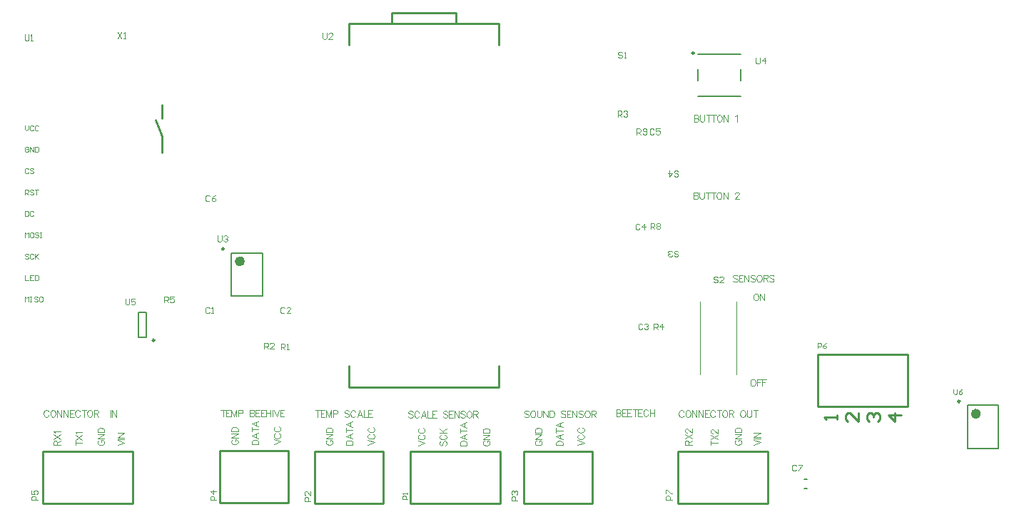
<source format=gto>
G04*
G04 #@! TF.GenerationSoftware,Altium Limited,Altium Designer,21.0.9 (235)*
G04*
G04 Layer_Color=65535*
%FSLAX44Y44*%
%MOMM*%
G71*
G04*
G04 #@! TF.SameCoordinates,A596C356-34D0-456B-85E7-90C285C8AFC8*
G04*
G04*
G04 #@! TF.FilePolarity,Positive*
G04*
G01*
G75*
%ADD10C,0.2500*%
%ADD11C,0.6000*%
%ADD12C,0.2000*%
%ADD13C,0.2540*%
%ADD14C,0.1000*%
%ADD15C,0.1270*%
D10*
X1112888Y122201D02*
G03*
X1112888Y122201I-1250J0D01*
G01*
X157296Y194750D02*
G03*
X157296Y194750I-1250J0D01*
G01*
X797500Y535750D02*
G03*
X797500Y535750I-1250J0D01*
G01*
X239599Y303216D02*
G03*
X239599Y303216I-1250J0D01*
G01*
D11*
X1134638Y107451D02*
G03*
X1134638Y107451I-3000J0D01*
G01*
X261349Y288466D02*
G03*
X261349Y288466I-3000J0D01*
G01*
D12*
X928072Y19141D02*
X931072D01*
X928072Y30141D02*
X931072D01*
X1121638Y66451D02*
Y117451D01*
X1158638Y66451D02*
Y117451D01*
X1121638D02*
X1158638D01*
X1121638Y66451D02*
X1158638D01*
X138046Y198000D02*
Y228000D01*
X147046Y198000D02*
Y228000D01*
X138046D02*
X147046D01*
X138046Y198000D02*
X147046D01*
X248349Y247466D02*
Y298466D01*
X285349Y247466D02*
Y298466D01*
X248349D02*
X285349D01*
X248349Y247466D02*
X285349D01*
D13*
X461060Y762D02*
Y62484D01*
X567740Y762D02*
Y62484D01*
X461060Y762D02*
X567740D01*
X461060Y62484D02*
X567740D01*
X1050944Y116078D02*
Y177800D01*
X944264Y116078D02*
Y177800D01*
X1050944D01*
X944264Y116078D02*
X1050944D01*
X165796Y458052D02*
Y474552D01*
X158296Y456052D02*
X165796Y437302D01*
Y417552D02*
Y437302D01*
X387800Y545000D02*
Y570400D01*
X565600D01*
Y545000D02*
Y570400D01*
X387800Y138600D02*
Y164000D01*
Y138600D02*
X565600D01*
Y164000D01*
X514800Y570400D02*
Y583100D01*
X438600D02*
X514800D01*
X438600Y570400D02*
Y583100D01*
X778210Y62984D02*
X884890D01*
X778210Y1262D02*
X884890D01*
Y62984D01*
X778210Y1262D02*
Y62984D01*
X24712Y1012D02*
Y62734D01*
X131392Y1012D02*
Y62734D01*
X24712Y1012D02*
X131392D01*
X24712Y62734D02*
X131392D01*
X234737Y1512D02*
Y63234D01*
X316017Y1512D02*
Y63234D01*
X234737Y1512D02*
X316017D01*
X234737Y63234D02*
X316017D01*
X347210Y1262D02*
Y62984D01*
X428490Y1262D02*
Y62984D01*
X347210Y1262D02*
X428490D01*
X347210Y62984D02*
X428490D01*
X594860Y62484D02*
X676140D01*
X594860Y762D02*
X676140D01*
Y62484D01*
X594860Y762D02*
Y62484D01*
X1043324Y106170D02*
X1028089D01*
X1035706Y98552D01*
Y108709D01*
X1005228Y98552D02*
X1002689Y101091D01*
Y106170D01*
X1005228Y108709D01*
X1007767D01*
X1010306Y106170D01*
Y103630D01*
Y106170D01*
X1012846Y108709D01*
X1015385D01*
X1017924Y106170D01*
Y101091D01*
X1015385Y98552D01*
X992524Y108709D02*
Y98552D01*
X982367Y108709D01*
X979828D01*
X977289Y106170D01*
Y101091D01*
X979828Y98552D01*
X967124Y101092D02*
Y106170D01*
Y103631D01*
X951889D01*
X954428Y101092D01*
D14*
X804500Y153930D02*
Y240930D01*
X847500Y153930D02*
Y240930D01*
X704969Y112498D02*
Y104500D01*
Y112498D02*
X708397D01*
X709540Y112117D01*
X709921Y111737D01*
X710301Y110975D01*
Y110213D01*
X709921Y109451D01*
X709540Y109070D01*
X708397Y108690D01*
X704969D02*
X708397D01*
X709540Y108309D01*
X709921Y107928D01*
X710301Y107166D01*
Y106024D01*
X709921Y105262D01*
X709540Y104881D01*
X708397Y104500D01*
X704969D01*
X717043Y112498D02*
X712092D01*
Y104500D01*
X717043D01*
X712092Y108690D02*
X715138D01*
X723327Y112498D02*
X718376D01*
Y104500D01*
X723327D01*
X718376Y108690D02*
X721423D01*
X727326Y112498D02*
Y104500D01*
X724660Y112498D02*
X729992D01*
X735896D02*
X730945D01*
Y104500D01*
X735896D01*
X730945Y108690D02*
X733992D01*
X742942Y110594D02*
X742561Y111356D01*
X741799Y112117D01*
X741038Y112498D01*
X739514D01*
X738753Y112117D01*
X737991Y111356D01*
X737610Y110594D01*
X737229Y109451D01*
Y107547D01*
X737610Y106404D01*
X737991Y105643D01*
X738753Y104881D01*
X739514Y104500D01*
X741038D01*
X741799Y104881D01*
X742561Y105643D01*
X742942Y106404D01*
X745189Y112498D02*
Y104500D01*
X750521Y112498D02*
Y104500D01*
X745189Y108690D02*
X750521D01*
X866443Y148444D02*
X865682Y148063D01*
X864920Y147302D01*
X864539Y146540D01*
X864158Y145397D01*
Y143493D01*
X864539Y142350D01*
X864920Y141589D01*
X865682Y140827D01*
X866443Y140446D01*
X867967D01*
X868728Y140827D01*
X869490Y141589D01*
X869871Y142350D01*
X870252Y143493D01*
Y145397D01*
X869871Y146540D01*
X869490Y147302D01*
X868728Y148063D01*
X867967Y148444D01*
X866443D01*
X872118D02*
Y140446D01*
Y148444D02*
X877069D01*
X872118Y144636D02*
X875165D01*
X877984Y148444D02*
Y140446D01*
Y148444D02*
X882935D01*
X877984Y144636D02*
X881031D01*
X869943Y249928D02*
X869182Y249547D01*
X868420Y248786D01*
X868039Y248024D01*
X867658Y246881D01*
Y244977D01*
X868039Y243834D01*
X868420Y243073D01*
X869182Y242311D01*
X869943Y241930D01*
X871467D01*
X872228Y242311D01*
X872990Y243073D01*
X873371Y243834D01*
X873752Y244977D01*
Y246881D01*
X873371Y248024D01*
X872990Y248786D01*
X872228Y249547D01*
X871467Y249928D01*
X869943D01*
X875618D02*
Y241930D01*
Y249928D02*
X880950Y241930D01*
Y249928D02*
Y241930D01*
X848850Y271107D02*
X848088Y271869D01*
X846946Y272249D01*
X845422D01*
X844280Y271869D01*
X843518Y271107D01*
Y270345D01*
X843899Y269583D01*
X844280Y269202D01*
X845042Y268822D01*
X847327Y268060D01*
X848088Y267679D01*
X848469Y267298D01*
X848850Y266536D01*
Y265394D01*
X848088Y264632D01*
X846946Y264251D01*
X845422D01*
X844280Y264632D01*
X843518Y265394D01*
X855592Y272249D02*
X850640D01*
Y264251D01*
X855592D01*
X850640Y268441D02*
X853687D01*
X856925Y272249D02*
Y264251D01*
Y272249D02*
X862257Y264251D01*
Y272249D02*
Y264251D01*
X869798Y271107D02*
X869036Y271869D01*
X867894Y272249D01*
X866370D01*
X865228Y271869D01*
X864466Y271107D01*
Y270345D01*
X864847Y269583D01*
X865228Y269202D01*
X865989Y268822D01*
X868275Y268060D01*
X869036Y267679D01*
X869417Y267298D01*
X869798Y266536D01*
Y265394D01*
X869036Y264632D01*
X867894Y264251D01*
X866370D01*
X865228Y264632D01*
X864466Y265394D01*
X873873Y272249D02*
X873112Y271869D01*
X872350Y271107D01*
X871969Y270345D01*
X871588Y269202D01*
Y267298D01*
X871969Y266155D01*
X872350Y265394D01*
X873112Y264632D01*
X873873Y264251D01*
X875397D01*
X876159Y264632D01*
X876920Y265394D01*
X877301Y266155D01*
X877682Y267298D01*
Y269202D01*
X877301Y270345D01*
X876920Y271107D01*
X876159Y271869D01*
X875397Y272249D01*
X873873D01*
X879548D02*
Y264251D01*
Y272249D02*
X882976D01*
X884119Y271869D01*
X884500Y271488D01*
X884881Y270726D01*
Y269964D01*
X884500Y269202D01*
X884119Y268822D01*
X882976Y268441D01*
X879548D01*
X882215D02*
X884881Y264251D01*
X892003Y271107D02*
X891241Y271869D01*
X890098Y272249D01*
X888575D01*
X887432Y271869D01*
X886671Y271107D01*
Y270345D01*
X887052Y269583D01*
X887432Y269202D01*
X888194Y268822D01*
X890479Y268060D01*
X891241Y267679D01*
X891622Y267298D01*
X892003Y266536D01*
Y265394D01*
X891241Y264632D01*
X890098Y264251D01*
X888575D01*
X887432Y264632D01*
X886671Y265394D01*
X3302Y348136D02*
Y342138D01*
X6301D01*
X7301Y343138D01*
Y347136D01*
X6301Y348136D01*
X3302D01*
X13299Y347136D02*
X12299Y348136D01*
X10300D01*
X9300Y347136D01*
Y343138D01*
X10300Y342138D01*
X12299D01*
X13299Y343138D01*
X3302Y367538D02*
Y373536D01*
X6301D01*
X7301Y372536D01*
Y370537D01*
X6301Y369537D01*
X3302D01*
X5301D02*
X7301Y367538D01*
X13299Y372536D02*
X12299Y373536D01*
X10300D01*
X9300Y372536D01*
Y371537D01*
X10300Y370537D01*
X12299D01*
X13299Y369537D01*
Y368538D01*
X12299Y367538D01*
X10300D01*
X9300Y368538D01*
X15298Y373536D02*
X19297D01*
X17298D01*
Y367538D01*
X3302Y449736D02*
Y445737D01*
X5301Y443738D01*
X7301Y445737D01*
Y449736D01*
X13299Y448736D02*
X12299Y449736D01*
X10300D01*
X9300Y448736D01*
Y444738D01*
X10300Y443738D01*
X12299D01*
X13299Y444738D01*
X19297Y448736D02*
X18297Y449736D01*
X16298D01*
X15298Y448736D01*
Y444738D01*
X16298Y443738D01*
X18297D01*
X19297Y444738D01*
X7301Y423336D02*
X6301Y424336D01*
X4302D01*
X3302Y423336D01*
Y419338D01*
X4302Y418338D01*
X6301D01*
X7301Y419338D01*
Y421337D01*
X5301D01*
X9300Y418338D02*
Y424336D01*
X13299Y418338D01*
Y424336D01*
X15298D02*
Y418338D01*
X18297D01*
X19297Y419338D01*
Y423336D01*
X18297Y424336D01*
X15298D01*
X7301Y397936D02*
X6301Y398936D01*
X4302D01*
X3302Y397936D01*
Y393938D01*
X4302Y392938D01*
X6301D01*
X7301Y393938D01*
X13299Y397936D02*
X12299Y398936D01*
X10300D01*
X9300Y397936D01*
Y396937D01*
X10300Y395937D01*
X12299D01*
X13299Y394937D01*
Y393938D01*
X12299Y392938D01*
X10300D01*
X9300Y393938D01*
X3302Y271936D02*
Y265938D01*
X7301D01*
X13299Y271936D02*
X9300D01*
Y265938D01*
X13299D01*
X9300Y268937D02*
X11299D01*
X15298Y271936D02*
Y265938D01*
X18297D01*
X19297Y266938D01*
Y270936D01*
X18297Y271936D01*
X15298D01*
X7301Y296336D02*
X6301Y297336D01*
X4302D01*
X3302Y296336D01*
Y295337D01*
X4302Y294337D01*
X6301D01*
X7301Y293337D01*
Y292338D01*
X6301Y291338D01*
X4302D01*
X3302Y292338D01*
X13299Y296336D02*
X12299Y297336D01*
X10300D01*
X9300Y296336D01*
Y292338D01*
X10300Y291338D01*
X12299D01*
X13299Y292338D01*
X15298Y297336D02*
Y291338D01*
Y293337D01*
X19297Y297336D01*
X16298Y294337D01*
X19297Y291338D01*
X3302Y316738D02*
Y322736D01*
X5301Y320737D01*
X7301Y322736D01*
Y316738D01*
X12299Y322736D02*
X10300D01*
X9300Y321736D01*
Y317738D01*
X10300Y316738D01*
X12299D01*
X13299Y317738D01*
Y321736D01*
X12299Y322736D01*
X19297Y321736D02*
X18297Y322736D01*
X16298D01*
X15298Y321736D01*
Y320737D01*
X16298Y319737D01*
X18297D01*
X19297Y318737D01*
Y317738D01*
X18297Y316738D01*
X16298D01*
X15298Y317738D01*
X21296Y322736D02*
X23296D01*
X22296D01*
Y316738D01*
X21296D01*
X23296D01*
X3302Y240538D02*
Y246536D01*
X5301Y244537D01*
X7301Y246536D01*
Y240538D01*
X9300Y246536D02*
X11299D01*
X10300D01*
Y240538D01*
X9300D01*
X11299D01*
X18297Y245536D02*
X17298Y246536D01*
X15298D01*
X14298Y245536D01*
Y244537D01*
X15298Y243537D01*
X17298D01*
X18297Y242537D01*
Y241538D01*
X17298Y240538D01*
X15298D01*
X14298Y241538D01*
X23296Y246536D02*
X21296D01*
X20296Y245536D01*
Y241538D01*
X21296Y240538D01*
X23296D01*
X24295Y241538D01*
Y245536D01*
X23296Y246536D01*
X796750Y370498D02*
Y362500D01*
Y370498D02*
X800178D01*
X801320Y370117D01*
X801701Y369737D01*
X802082Y368975D01*
Y368213D01*
X801701Y367451D01*
X801320Y367070D01*
X800178Y366690D01*
X796750D02*
X800178D01*
X801320Y366309D01*
X801701Y365928D01*
X802082Y365166D01*
Y364024D01*
X801701Y363262D01*
X801320Y362881D01*
X800178Y362500D01*
X796750D01*
X803872Y370498D02*
Y364785D01*
X804253Y363643D01*
X805015Y362881D01*
X806158Y362500D01*
X806919D01*
X808062Y362881D01*
X808824Y363643D01*
X809204Y364785D01*
Y370498D01*
X814080D02*
Y362500D01*
X811413Y370498D02*
X816746D01*
X820364D02*
Y362500D01*
X817698Y370498D02*
X823030D01*
X826267D02*
X825506Y370117D01*
X824744Y369356D01*
X824363Y368594D01*
X823982Y367451D01*
Y365547D01*
X824363Y364404D01*
X824744Y363643D01*
X825506Y362881D01*
X826267Y362500D01*
X827791D01*
X828553Y362881D01*
X829314Y363643D01*
X829695Y364404D01*
X830076Y365547D01*
Y367451D01*
X829695Y368594D01*
X829314Y369356D01*
X828553Y370117D01*
X827791Y370498D01*
X826267D01*
X831943D02*
Y362500D01*
Y370498D02*
X837275Y362500D01*
Y370498D02*
Y362500D01*
X846149Y368594D02*
Y368975D01*
X846530Y369737D01*
X846911Y370117D01*
X847673Y370498D01*
X849196D01*
X849958Y370117D01*
X850339Y369737D01*
X850719Y368975D01*
Y368213D01*
X850339Y367451D01*
X849577Y366309D01*
X845768Y362500D01*
X851100D01*
X797250Y462248D02*
Y454250D01*
Y462248D02*
X800678D01*
X801820Y461867D01*
X802201Y461487D01*
X802582Y460725D01*
Y459963D01*
X802201Y459201D01*
X801820Y458820D01*
X800678Y458440D01*
X797250D02*
X800678D01*
X801820Y458059D01*
X802201Y457678D01*
X802582Y456916D01*
Y455774D01*
X802201Y455012D01*
X801820Y454631D01*
X800678Y454250D01*
X797250D01*
X804372Y462248D02*
Y456535D01*
X804753Y455393D01*
X805515Y454631D01*
X806657Y454250D01*
X807419D01*
X808562Y454631D01*
X809324Y455393D01*
X809705Y456535D01*
Y462248D01*
X814580D02*
Y454250D01*
X811914Y462248D02*
X817246D01*
X820864D02*
Y454250D01*
X818198Y462248D02*
X823530D01*
X826768D02*
X826006Y461867D01*
X825244Y461106D01*
X824863Y460344D01*
X824482Y459201D01*
Y457297D01*
X824863Y456154D01*
X825244Y455393D01*
X826006Y454631D01*
X826768Y454250D01*
X828291D01*
X829053Y454631D01*
X829815Y455393D01*
X830195Y456154D01*
X830576Y457297D01*
Y459201D01*
X830195Y460344D01*
X829815Y461106D01*
X829053Y461867D01*
X828291Y462248D01*
X826768D01*
X832442D02*
Y454250D01*
Y462248D02*
X837775Y454250D01*
Y462248D02*
Y454250D01*
X846268Y460725D02*
X847030Y461106D01*
X848173Y462248D01*
Y454250D01*
X786852Y70470D02*
X794850D01*
X786852D02*
Y73898D01*
X787233Y75040D01*
X787613Y75421D01*
X788375Y75802D01*
X789137D01*
X789899Y75421D01*
X790279Y75040D01*
X790660Y73898D01*
Y70470D01*
Y73136D02*
X794850Y75802D01*
X786852Y77592D02*
X794850Y82924D01*
X786852D02*
X794850Y77592D01*
X788756Y85096D02*
X788375D01*
X787613Y85476D01*
X787233Y85857D01*
X786852Y86619D01*
Y88142D01*
X787233Y88904D01*
X787613Y89285D01*
X788375Y89666D01*
X789137D01*
X789899Y89285D01*
X791041Y88523D01*
X794850Y84715D01*
Y90047D01*
X817502Y73136D02*
X825500D01*
X817502Y70470D02*
Y75802D01*
Y76754D02*
X825500Y82087D01*
X817502D02*
X825500Y76754D01*
X819406Y84257D02*
X819025D01*
X818263Y84638D01*
X817883Y85019D01*
X817502Y85781D01*
Y87304D01*
X817883Y88066D01*
X818263Y88447D01*
X819025Y88828D01*
X819787D01*
X820549Y88447D01*
X821691Y87685D01*
X825500Y83877D01*
Y89209D01*
X868252Y70470D02*
X876250Y73517D01*
X868252Y76564D02*
X876250Y73517D01*
X868252Y77592D02*
X876250D01*
X868252Y79268D02*
X876250D01*
X868252D02*
X876250Y84600D01*
X868252D02*
X876250D01*
X847406Y76183D02*
X846644Y75802D01*
X845882Y75040D01*
X845502Y74279D01*
Y72755D01*
X845882Y71993D01*
X846644Y71232D01*
X847406Y70851D01*
X848549Y70470D01*
X850453D01*
X851596Y70851D01*
X852357Y71232D01*
X853119Y71993D01*
X853500Y72755D01*
Y74279D01*
X853119Y75040D01*
X852357Y75802D01*
X851596Y76183D01*
X850453D01*
Y74279D02*
Y76183D01*
X845502Y78011D02*
X853500D01*
X845502D02*
X853500Y83343D01*
X845502D02*
X853500D01*
X845502Y85553D02*
X853500D01*
X845502D02*
Y88219D01*
X845882Y89361D01*
X846644Y90123D01*
X847406Y90504D01*
X848549Y90885D01*
X850453D01*
X851596Y90504D01*
X852357Y90123D01*
X853119Y89361D01*
X853500Y88219D01*
Y85553D01*
X519752Y69720D02*
X527750D01*
X519752D02*
Y72386D01*
X520132Y73529D01*
X520894Y74290D01*
X521656Y74671D01*
X522799Y75052D01*
X524703D01*
X525846Y74671D01*
X526607Y74290D01*
X527369Y73529D01*
X527750Y72386D01*
Y69720D01*
Y82936D02*
X519752Y79889D01*
X527750Y76842D01*
X525084Y77985D02*
Y81794D01*
X519752Y87469D02*
X527750D01*
X519752Y84803D02*
Y90135D01*
X527750Y97181D02*
X519752Y94134D01*
X527750Y91087D01*
X525084Y92229D02*
Y96038D01*
X496644Y75052D02*
X495882Y74290D01*
X495502Y73148D01*
Y71624D01*
X495882Y70482D01*
X496644Y69720D01*
X497406D01*
X498168Y70101D01*
X498549Y70482D01*
X498929Y71244D01*
X499691Y73529D01*
X500072Y74290D01*
X500453Y74671D01*
X501215Y75052D01*
X502357D01*
X503119Y74290D01*
X503500Y73148D01*
Y71624D01*
X503119Y70482D01*
X502357Y69720D01*
X497406Y82555D02*
X496644Y82175D01*
X495882Y81413D01*
X495502Y80651D01*
Y79128D01*
X495882Y78366D01*
X496644Y77604D01*
X497406Y77223D01*
X498549Y76842D01*
X500453D01*
X501596Y77223D01*
X502357Y77604D01*
X503119Y78366D01*
X503500Y79128D01*
Y80651D01*
X503119Y81413D01*
X502357Y82175D01*
X501596Y82555D01*
X495502Y84803D02*
X503500D01*
X495502Y90135D02*
X500834Y84803D01*
X498929Y86707D02*
X503500Y90135D01*
X633502Y69970D02*
X641500D01*
X633502D02*
Y72636D01*
X633883Y73779D01*
X634644Y74541D01*
X635406Y74921D01*
X636549Y75302D01*
X638453D01*
X639596Y74921D01*
X640357Y74541D01*
X641119Y73779D01*
X641500Y72636D01*
Y69970D01*
Y83186D02*
X633502Y80139D01*
X641500Y77092D01*
X638834Y78235D02*
Y82044D01*
X633502Y87719D02*
X641500D01*
X633502Y85052D02*
Y90385D01*
X641500Y97431D02*
X633502Y94384D01*
X641500Y91337D01*
X638834Y92479D02*
Y96288D01*
X384300Y70470D02*
X392298D01*
X384300D02*
Y73136D01*
X384680Y74279D01*
X385442Y75040D01*
X386204Y75421D01*
X387347Y75802D01*
X389251D01*
X390394Y75421D01*
X391155Y75040D01*
X391917Y74279D01*
X392298Y73136D01*
Y70470D01*
Y83686D02*
X384300Y80639D01*
X392298Y77592D01*
X389632Y78735D02*
Y82544D01*
X384300Y88219D02*
X392298D01*
X384300Y85553D02*
Y90885D01*
X392298Y97931D02*
X384300Y94884D01*
X392298Y91837D01*
X389632Y92979D02*
Y96788D01*
X362656Y76183D02*
X361894Y75802D01*
X361133Y75040D01*
X360752Y74279D01*
Y72755D01*
X361133Y71993D01*
X361894Y71232D01*
X362656Y70851D01*
X363799Y70470D01*
X365703D01*
X366846Y70851D01*
X367607Y71232D01*
X368369Y71993D01*
X368750Y72755D01*
Y74279D01*
X368369Y75040D01*
X367607Y75802D01*
X366846Y76183D01*
X365703D01*
Y74279D02*
Y76183D01*
X360752Y78011D02*
X368750D01*
X360752D02*
X368750Y83343D01*
X360752D02*
X368750D01*
X360752Y85553D02*
X368750D01*
X360752D02*
Y88219D01*
X361133Y89361D01*
X361894Y90123D01*
X362656Y90504D01*
X363799Y90885D01*
X365703D01*
X366846Y90504D01*
X367607Y90123D01*
X368369Y89361D01*
X368750Y88219D01*
Y85553D01*
X610656Y75683D02*
X609894Y75302D01*
X609132Y74540D01*
X608752Y73779D01*
Y72255D01*
X609132Y71494D01*
X609894Y70732D01*
X610656Y70351D01*
X611799Y69970D01*
X613703D01*
X614846Y70351D01*
X615607Y70732D01*
X616369Y71494D01*
X616750Y72255D01*
Y73779D01*
X616369Y74540D01*
X615607Y75302D01*
X614846Y75683D01*
X613703D01*
Y73779D02*
Y75683D01*
X608752Y77511D02*
X616750D01*
X608752D02*
X616750Y82843D01*
X608752D02*
X616750D01*
X608752Y85052D02*
X616750D01*
X608752D02*
Y87719D01*
X609132Y88861D01*
X609894Y89623D01*
X610656Y90004D01*
X611799Y90385D01*
X613703D01*
X614846Y90004D01*
X615607Y89623D01*
X616369Y88861D01*
X616750Y87719D01*
Y85052D01*
X548906Y75433D02*
X548144Y75052D01*
X547383Y74290D01*
X547002Y73529D01*
Y72005D01*
X547383Y71244D01*
X548144Y70482D01*
X548906Y70101D01*
X550049Y69720D01*
X551953D01*
X553096Y70101D01*
X553857Y70482D01*
X554619Y71244D01*
X555000Y72005D01*
Y73529D01*
X554619Y74290D01*
X553857Y75052D01*
X553096Y75433D01*
X551953D01*
Y73529D02*
Y75433D01*
X547002Y77261D02*
X555000D01*
X547002D02*
X555000Y82593D01*
X547002D02*
X555000D01*
X547002Y84803D02*
X555000D01*
X547002D02*
Y87469D01*
X547383Y88611D01*
X548144Y89373D01*
X548906Y89754D01*
X550049Y90135D01*
X551953D01*
X553096Y89754D01*
X553857Y89373D01*
X554619Y88611D01*
X555000Y87469D01*
Y84803D01*
X469752Y69720D02*
X477750Y72767D01*
X469752Y75814D02*
X477750Y72767D01*
X471656Y82555D02*
X470894Y82175D01*
X470133Y81413D01*
X469752Y80651D01*
Y79127D01*
X470133Y78366D01*
X470894Y77604D01*
X471656Y77223D01*
X472799Y76842D01*
X474703D01*
X475846Y77223D01*
X476607Y77604D01*
X477369Y78366D01*
X477750Y79127D01*
Y80651D01*
X477369Y81413D01*
X476607Y82175D01*
X475846Y82555D01*
X471656Y90515D02*
X470894Y90135D01*
X470133Y89373D01*
X469752Y88611D01*
Y87088D01*
X470133Y86326D01*
X470894Y85564D01*
X471656Y85183D01*
X472799Y84803D01*
X474703D01*
X475846Y85183D01*
X476607Y85564D01*
X477369Y86326D01*
X477750Y87088D01*
Y88611D01*
X477369Y89373D01*
X476607Y90135D01*
X475846Y90515D01*
X659002Y69970D02*
X667000Y73017D01*
X659002Y76064D02*
X667000Y73017D01*
X660906Y82805D02*
X660144Y82424D01*
X659382Y81663D01*
X659002Y80901D01*
Y79377D01*
X659382Y78616D01*
X660144Y77854D01*
X660906Y77473D01*
X662049Y77092D01*
X663953D01*
X665096Y77473D01*
X665857Y77854D01*
X666619Y78616D01*
X667000Y79377D01*
Y80901D01*
X666619Y81663D01*
X665857Y82424D01*
X665096Y82805D01*
X660906Y90766D02*
X660144Y90385D01*
X659382Y89623D01*
X659002Y88861D01*
Y87338D01*
X659382Y86576D01*
X660144Y85814D01*
X660906Y85433D01*
X662049Y85052D01*
X663953D01*
X665096Y85433D01*
X665857Y85814D01*
X666619Y86576D01*
X667000Y87338D01*
Y88861D01*
X666619Y89623D01*
X665857Y90385D01*
X665096Y90766D01*
X410252Y70470D02*
X418250Y73517D01*
X410252Y76564D02*
X418250Y73517D01*
X412156Y83305D02*
X411394Y82924D01*
X410633Y82163D01*
X410252Y81401D01*
Y79878D01*
X410633Y79116D01*
X411394Y78354D01*
X412156Y77973D01*
X413299Y77592D01*
X415203D01*
X416346Y77973D01*
X417107Y78354D01*
X417869Y79116D01*
X418250Y79878D01*
Y81401D01*
X417869Y82163D01*
X417107Y82924D01*
X416346Y83305D01*
X412156Y91266D02*
X411394Y90885D01*
X410633Y90123D01*
X410252Y89361D01*
Y87838D01*
X410633Y87076D01*
X411394Y86314D01*
X412156Y85933D01*
X413299Y85553D01*
X415203D01*
X416346Y85933D01*
X417107Y86314D01*
X417869Y87076D01*
X418250Y87838D01*
Y89361D01*
X417869Y90123D01*
X417107Y90885D01*
X416346Y91266D01*
X298752Y71220D02*
X306750Y74267D01*
X298752Y77314D02*
X306750Y74267D01*
X300656Y84055D02*
X299894Y83674D01*
X299132Y82913D01*
X298752Y82151D01*
Y80627D01*
X299132Y79866D01*
X299894Y79104D01*
X300656Y78723D01*
X301799Y78342D01*
X303703D01*
X304846Y78723D01*
X305607Y79104D01*
X306369Y79866D01*
X306750Y80627D01*
Y82151D01*
X306369Y82913D01*
X305607Y83674D01*
X304846Y84055D01*
X300656Y92015D02*
X299894Y91635D01*
X299132Y90873D01*
X298752Y90111D01*
Y88588D01*
X299132Y87826D01*
X299894Y87064D01*
X300656Y86683D01*
X301799Y86302D01*
X303703D01*
X304846Y86683D01*
X305607Y87064D01*
X306369Y87826D01*
X306750Y88588D01*
Y90111D01*
X306369Y90873D01*
X305607Y91635D01*
X304846Y92015D01*
X272502Y71220D02*
X280500D01*
X272502D02*
Y73886D01*
X272883Y75029D01*
X273644Y75791D01*
X274406Y76171D01*
X275549Y76552D01*
X277453D01*
X278596Y76171D01*
X279357Y75791D01*
X280119Y75029D01*
X280500Y73886D01*
Y71220D01*
Y84436D02*
X272502Y81389D01*
X280500Y78342D01*
X277834Y79485D02*
Y83294D01*
X272502Y88969D02*
X280500D01*
X272502Y86302D02*
Y91635D01*
X280500Y98681D02*
X272502Y95634D01*
X280500Y92587D01*
X277834Y93729D02*
Y97538D01*
X250152Y76933D02*
X249390Y76552D01*
X248629Y75791D01*
X248248Y75029D01*
Y73505D01*
X248629Y72744D01*
X249390Y71982D01*
X250152Y71601D01*
X251295Y71220D01*
X253199D01*
X254342Y71601D01*
X255103Y71982D01*
X255865Y72744D01*
X256246Y73505D01*
Y75029D01*
X255865Y75791D01*
X255103Y76552D01*
X254342Y76933D01*
X253199D01*
Y75029D02*
Y76933D01*
X248248Y78761D02*
X256246D01*
X248248D02*
X256246Y84094D01*
X248248D02*
X256246D01*
X248248Y86302D02*
X256246D01*
X248248D02*
Y88969D01*
X248629Y90111D01*
X249390Y90873D01*
X250152Y91254D01*
X251295Y91635D01*
X253199D01*
X254342Y91254D01*
X255103Y90873D01*
X255865Y90111D01*
X256246Y88969D01*
Y86302D01*
X784923Y109594D02*
X784542Y110356D01*
X783780Y111117D01*
X783019Y111498D01*
X781495D01*
X780733Y111117D01*
X779972Y110356D01*
X779591Y109594D01*
X779210Y108451D01*
Y106547D01*
X779591Y105404D01*
X779972Y104643D01*
X780733Y103881D01*
X781495Y103500D01*
X783019D01*
X783780Y103881D01*
X784542Y104643D01*
X784923Y105404D01*
X789455Y111498D02*
X788694Y111117D01*
X787932Y110356D01*
X787551Y109594D01*
X787170Y108451D01*
Y106547D01*
X787551Y105404D01*
X787932Y104643D01*
X788694Y103881D01*
X789455Y103500D01*
X790979D01*
X791741Y103881D01*
X792502Y104643D01*
X792883Y105404D01*
X793264Y106547D01*
Y108451D01*
X792883Y109594D01*
X792502Y110356D01*
X791741Y111117D01*
X790979Y111498D01*
X789455D01*
X795130D02*
Y103500D01*
Y111498D02*
X800463Y103500D01*
Y111498D02*
Y103500D01*
X802672Y111498D02*
Y103500D01*
Y111498D02*
X808004Y103500D01*
Y111498D02*
Y103500D01*
X815164Y111498D02*
X810213D01*
Y103500D01*
X815164D01*
X810213Y107690D02*
X813260D01*
X822210Y109594D02*
X821830Y110356D01*
X821068Y111117D01*
X820306Y111498D01*
X818783D01*
X818021Y111117D01*
X817259Y110356D01*
X816878Y109594D01*
X816497Y108451D01*
Y106547D01*
X816878Y105404D01*
X817259Y104643D01*
X818021Y103881D01*
X818783Y103500D01*
X820306D01*
X821068Y103881D01*
X821830Y104643D01*
X822210Y105404D01*
X827124Y111498D02*
Y103500D01*
X824457Y111498D02*
X829790D01*
X833027D02*
X832265Y111117D01*
X831504Y110356D01*
X831123Y109594D01*
X830742Y108451D01*
Y106547D01*
X831123Y105404D01*
X831504Y104643D01*
X832265Y103881D01*
X833027Y103500D01*
X834551D01*
X835312Y103881D01*
X836074Y104643D01*
X836455Y105404D01*
X836836Y106547D01*
Y108451D01*
X836455Y109594D01*
X836074Y110356D01*
X835312Y111117D01*
X834551Y111498D01*
X833027D01*
X838702D02*
Y103500D01*
Y111498D02*
X842130D01*
X843272Y111117D01*
X843653Y110737D01*
X844034Y109975D01*
Y109213D01*
X843653Y108451D01*
X843272Y108070D01*
X842130Y107690D01*
X838702D01*
X841368D02*
X844034Y103500D01*
X854394Y111498D02*
X853632Y111117D01*
X852870Y110356D01*
X852490Y109594D01*
X852109Y108451D01*
Y106547D01*
X852490Y105404D01*
X852870Y104643D01*
X853632Y103881D01*
X854394Y103500D01*
X855917D01*
X856679Y103881D01*
X857441Y104643D01*
X857822Y105404D01*
X858203Y106547D01*
Y108451D01*
X857822Y109594D01*
X857441Y110356D01*
X856679Y111117D01*
X855917Y111498D01*
X854394D01*
X860069D02*
Y105785D01*
X860450Y104643D01*
X861212Y103881D01*
X862354Y103500D01*
X863116D01*
X864258Y103881D01*
X865020Y104643D01*
X865401Y105785D01*
Y111498D01*
X870276D02*
Y103500D01*
X867610Y111498D02*
X872942D01*
X601192Y109856D02*
X600430Y110617D01*
X599288Y110998D01*
X597764D01*
X596622Y110617D01*
X595860Y109856D01*
Y109094D01*
X596241Y108332D01*
X596622Y107951D01*
X597383Y107570D01*
X599669Y106809D01*
X600430Y106428D01*
X600811Y106047D01*
X601192Y105285D01*
Y104143D01*
X600430Y103381D01*
X599288Y103000D01*
X597764D01*
X596622Y103381D01*
X595860Y104143D01*
X605267Y110998D02*
X604506Y110617D01*
X603744Y109856D01*
X603363Y109094D01*
X602982Y107951D01*
Y106047D01*
X603363Y104904D01*
X603744Y104143D01*
X604506Y103381D01*
X605267Y103000D01*
X606791D01*
X607553Y103381D01*
X608314Y104143D01*
X608695Y104904D01*
X609076Y106047D01*
Y107951D01*
X608695Y109094D01*
X608314Y109856D01*
X607553Y110617D01*
X606791Y110998D01*
X605267D01*
X610942D02*
Y105285D01*
X611323Y104143D01*
X612085Y103381D01*
X613228Y103000D01*
X613989D01*
X615132Y103381D01*
X615894Y104143D01*
X616275Y105285D01*
Y110998D01*
X618484D02*
Y103000D01*
Y110998D02*
X623816Y103000D01*
Y110998D02*
Y103000D01*
X626025Y110998D02*
Y103000D01*
Y110998D02*
X628691D01*
X629834Y110617D01*
X630595Y109856D01*
X630976Y109094D01*
X631357Y107951D01*
Y106047D01*
X630976Y104904D01*
X630595Y104143D01*
X629834Y103381D01*
X628691Y103000D01*
X626025D01*
X644764Y109856D02*
X644002Y110617D01*
X642859Y110998D01*
X641336D01*
X640193Y110617D01*
X639432Y109856D01*
Y109094D01*
X639813Y108332D01*
X640193Y107951D01*
X640955Y107570D01*
X643240Y106809D01*
X644002Y106428D01*
X644383Y106047D01*
X644764Y105285D01*
Y104143D01*
X644002Y103381D01*
X642859Y103000D01*
X641336D01*
X640193Y103381D01*
X639432Y104143D01*
X651505Y110998D02*
X646554D01*
Y103000D01*
X651505D01*
X646554Y107190D02*
X649601D01*
X652838Y110998D02*
Y103000D01*
Y110998D02*
X658170Y103000D01*
Y110998D02*
Y103000D01*
X665712Y109856D02*
X664950Y110617D01*
X663807Y110998D01*
X662284D01*
X661141Y110617D01*
X660379Y109856D01*
Y109094D01*
X660760Y108332D01*
X661141Y107951D01*
X661903Y107570D01*
X664188Y106809D01*
X664950Y106428D01*
X665331Y106047D01*
X665712Y105285D01*
Y104143D01*
X664950Y103381D01*
X663807Y103000D01*
X662284D01*
X661141Y103381D01*
X660379Y104143D01*
X669787Y110998D02*
X669025Y110617D01*
X668264Y109856D01*
X667883Y109094D01*
X667502Y107951D01*
Y106047D01*
X667883Y104904D01*
X668264Y104143D01*
X669025Y103381D01*
X669787Y103000D01*
X671311D01*
X672072Y103381D01*
X672834Y104143D01*
X673215Y104904D01*
X673596Y106047D01*
Y107951D01*
X673215Y109094D01*
X672834Y109856D01*
X672072Y110617D01*
X671311Y110998D01*
X669787D01*
X675462D02*
Y103000D01*
Y110998D02*
X678890D01*
X680033Y110617D01*
X680413Y110237D01*
X680794Y109475D01*
Y108713D01*
X680413Y107951D01*
X680033Y107570D01*
X678890Y107190D01*
X675462D01*
X678128D02*
X680794Y103000D01*
X463642Y109606D02*
X462880Y110367D01*
X461738Y110748D01*
X460214D01*
X459072Y110367D01*
X458310Y109606D01*
Y108844D01*
X458691Y108082D01*
X459072Y107701D01*
X459833Y107320D01*
X462119Y106559D01*
X462880Y106178D01*
X463261Y105797D01*
X463642Y105035D01*
Y103893D01*
X462880Y103131D01*
X461738Y102750D01*
X460214D01*
X459072Y103131D01*
X458310Y103893D01*
X471145Y108844D02*
X470765Y109606D01*
X470003Y110367D01*
X469241Y110748D01*
X467718D01*
X466956Y110367D01*
X466194Y109606D01*
X465813Y108844D01*
X465432Y107701D01*
Y105797D01*
X465813Y104654D01*
X466194Y103893D01*
X466956Y103131D01*
X467718Y102750D01*
X469241D01*
X470003Y103131D01*
X470765Y103893D01*
X471145Y104654D01*
X479486Y102750D02*
X476439Y110748D01*
X473392Y102750D01*
X474535Y105416D02*
X478344D01*
X481353Y110748D02*
Y102750D01*
X485923D01*
X491750Y110748D02*
X486799D01*
Y102750D01*
X491750D01*
X486799Y106940D02*
X489846D01*
X504700Y109606D02*
X503938Y110367D01*
X502796Y110748D01*
X501272D01*
X500130Y110367D01*
X499368Y109606D01*
Y108844D01*
X499749Y108082D01*
X500130Y107701D01*
X500891Y107320D01*
X503177Y106559D01*
X503938Y106178D01*
X504319Y105797D01*
X504700Y105035D01*
Y103893D01*
X503938Y103131D01*
X502796Y102750D01*
X501272D01*
X500130Y103131D01*
X499368Y103893D01*
X511441Y110748D02*
X506490D01*
Y102750D01*
X511441D01*
X506490Y106940D02*
X509537D01*
X512775Y110748D02*
Y102750D01*
Y110748D02*
X518107Y102750D01*
Y110748D02*
Y102750D01*
X525648Y109606D02*
X524886Y110367D01*
X523744Y110748D01*
X522220D01*
X521077Y110367D01*
X520316Y109606D01*
Y108844D01*
X520697Y108082D01*
X521077Y107701D01*
X521839Y107320D01*
X524124Y106559D01*
X524886Y106178D01*
X525267Y105797D01*
X525648Y105035D01*
Y103893D01*
X524886Y103131D01*
X523744Y102750D01*
X522220D01*
X521077Y103131D01*
X520316Y103893D01*
X529723Y110748D02*
X528962Y110367D01*
X528200Y109606D01*
X527819Y108844D01*
X527438Y107701D01*
Y105797D01*
X527819Y104654D01*
X528200Y103893D01*
X528962Y103131D01*
X529723Y102750D01*
X531247D01*
X532009Y103131D01*
X532770Y103893D01*
X533151Y104654D01*
X533532Y105797D01*
Y107701D01*
X533151Y108844D01*
X532770Y109606D01*
X532009Y110367D01*
X531247Y110748D01*
X529723D01*
X535398D02*
Y102750D01*
Y110748D02*
X538826D01*
X539969Y110367D01*
X540350Y109986D01*
X540731Y109225D01*
Y108463D01*
X540350Y107701D01*
X539969Y107320D01*
X538826Y106940D01*
X535398D01*
X538064D02*
X540731Y102750D01*
X350876Y111498D02*
Y103500D01*
X348210Y111498D02*
X353542D01*
X359446D02*
X354494D01*
Y103500D01*
X359446D01*
X354494Y107690D02*
X357541D01*
X360779Y111498D02*
Y103500D01*
Y111498D02*
X363826Y103500D01*
X366873Y111498D02*
X363826Y103500D01*
X366873Y111498D02*
Y103500D01*
X369158Y107309D02*
X372586D01*
X373728Y107690D01*
X374109Y108070D01*
X374490Y108832D01*
Y109975D01*
X374109Y110737D01*
X373728Y111117D01*
X372586Y111498D01*
X369158D01*
Y103500D01*
X387897Y110356D02*
X387135Y111117D01*
X385992Y111498D01*
X384469D01*
X383326Y111117D01*
X382565Y110356D01*
Y109594D01*
X382945Y108832D01*
X383326Y108451D01*
X384088Y108070D01*
X386373Y107309D01*
X387135Y106928D01*
X387516Y106547D01*
X387897Y105785D01*
Y104643D01*
X387135Y103881D01*
X385992Y103500D01*
X384469D01*
X383326Y103881D01*
X382565Y104643D01*
X395400Y109594D02*
X395019Y110356D01*
X394257Y111117D01*
X393495Y111498D01*
X391972D01*
X391210Y111117D01*
X390448Y110356D01*
X390068Y109594D01*
X389687Y108451D01*
Y106547D01*
X390068Y105404D01*
X390448Y104643D01*
X391210Y103881D01*
X391972Y103500D01*
X393495D01*
X394257Y103881D01*
X395019Y104643D01*
X395400Y105404D01*
X403741Y103500D02*
X400694Y111498D01*
X397647Y103500D01*
X398790Y106166D02*
X402598D01*
X405607Y111498D02*
Y103500D01*
X410178D01*
X416005Y111498D02*
X411054D01*
Y103500D01*
X416005D01*
X411054Y107690D02*
X414101D01*
X238403Y112248D02*
Y104250D01*
X235737Y112248D02*
X241069D01*
X246973D02*
X242022D01*
Y104250D01*
X246973D01*
X242022Y108440D02*
X245068D01*
X248306Y112248D02*
Y104250D01*
Y112248D02*
X251353Y104250D01*
X254400Y112248D02*
X251353Y104250D01*
X254400Y112248D02*
Y104250D01*
X256685Y108059D02*
X260113D01*
X261255Y108440D01*
X261636Y108820D01*
X262017Y109582D01*
Y110725D01*
X261636Y111487D01*
X261255Y111867D01*
X260113Y112248D01*
X256685D01*
Y104250D01*
X270092Y112248D02*
Y104250D01*
Y112248D02*
X273520D01*
X274662Y111867D01*
X275043Y111487D01*
X275424Y110725D01*
Y109963D01*
X275043Y109201D01*
X274662Y108820D01*
X273520Y108440D01*
X270092D02*
X273520D01*
X274662Y108059D01*
X275043Y107678D01*
X275424Y106916D01*
Y105773D01*
X275043Y105012D01*
X274662Y104631D01*
X273520Y104250D01*
X270092D01*
X282165Y112248D02*
X277214D01*
Y104250D01*
X282165D01*
X277214Y108440D02*
X280261D01*
X288450Y112248D02*
X283498D01*
Y104250D01*
X288450D01*
X283498Y108440D02*
X286545D01*
X289783Y112248D02*
Y104250D01*
X295115Y112248D02*
Y104250D01*
X289783Y108440D02*
X295115D01*
X297324Y112248D02*
Y104250D01*
X299000Y112248D02*
X302047Y104250D01*
X305094Y112248D02*
X302047Y104250D01*
X311073Y112248D02*
X306122D01*
Y104250D01*
X311073D01*
X306122Y108440D02*
X309169D01*
X31425Y109844D02*
X31044Y110606D01*
X30282Y111367D01*
X29521Y111748D01*
X27997D01*
X27236Y111367D01*
X26474Y110606D01*
X26093Y109844D01*
X25712Y108701D01*
Y106797D01*
X26093Y105654D01*
X26474Y104893D01*
X27236Y104131D01*
X27997Y103750D01*
X29521D01*
X30282Y104131D01*
X31044Y104893D01*
X31425Y105654D01*
X35958Y111748D02*
X35196Y111367D01*
X34434Y110606D01*
X34053Y109844D01*
X33672Y108701D01*
Y106797D01*
X34053Y105654D01*
X34434Y104893D01*
X35196Y104131D01*
X35958Y103750D01*
X37481D01*
X38243Y104131D01*
X39004Y104893D01*
X39385Y105654D01*
X39766Y106797D01*
Y108701D01*
X39385Y109844D01*
X39004Y110606D01*
X38243Y111367D01*
X37481Y111748D01*
X35958D01*
X41632D02*
Y103750D01*
Y111748D02*
X46965Y103750D01*
Y111748D02*
Y103750D01*
X49174Y111748D02*
Y103750D01*
Y111748D02*
X54506Y103750D01*
Y111748D02*
Y103750D01*
X61666Y111748D02*
X56715D01*
Y103750D01*
X61666D01*
X56715Y107940D02*
X59762D01*
X68712Y109844D02*
X68331Y110606D01*
X67570Y111367D01*
X66808Y111748D01*
X65285D01*
X64523Y111367D01*
X63761Y110606D01*
X63380Y109844D01*
X62999Y108701D01*
Y106797D01*
X63380Y105654D01*
X63761Y104893D01*
X64523Y104131D01*
X65285Y103750D01*
X66808D01*
X67570Y104131D01*
X68331Y104893D01*
X68712Y105654D01*
X73626Y111748D02*
Y103750D01*
X70960Y111748D02*
X76292D01*
X79529D02*
X78767Y111367D01*
X78006Y110606D01*
X77625Y109844D01*
X77244Y108701D01*
Y106797D01*
X77625Y105654D01*
X78006Y104893D01*
X78767Y104131D01*
X79529Y103750D01*
X81053D01*
X81814Y104131D01*
X82576Y104893D01*
X82957Y105654D01*
X83338Y106797D01*
Y108701D01*
X82957Y109844D01*
X82576Y110606D01*
X81814Y111367D01*
X81053Y111748D01*
X79529D01*
X85204D02*
Y103750D01*
Y111748D02*
X88632D01*
X89775Y111367D01*
X90155Y110987D01*
X90536Y110225D01*
Y109463D01*
X90155Y108701D01*
X89775Y108321D01*
X88632Y107940D01*
X85204D01*
X87870D02*
X90536Y103750D01*
X104895Y111748D02*
Y103750D01*
X106571Y111748D02*
Y103750D01*
Y111748D02*
X111903Y103750D01*
Y111748D02*
Y103750D01*
X113404Y70220D02*
X121402Y73267D01*
X113404Y76314D02*
X121402Y73267D01*
X113404Y77342D02*
X121402D01*
X113404Y79018D02*
X121402D01*
X113404D02*
X121402Y84350D01*
X113404D02*
X121402D01*
X91308Y75933D02*
X90546Y75552D01*
X89785Y74791D01*
X89404Y74029D01*
Y72505D01*
X89785Y71743D01*
X90546Y70982D01*
X91308Y70601D01*
X92451Y70220D01*
X94355D01*
X95498Y70601D01*
X96259Y70982D01*
X97021Y71743D01*
X97402Y72505D01*
Y74029D01*
X97021Y74791D01*
X96259Y75552D01*
X95498Y75933D01*
X94355D01*
Y74029D02*
Y75933D01*
X89404Y77761D02*
X97402D01*
X89404D02*
X97402Y83094D01*
X89404D02*
X97402D01*
X89404Y85302D02*
X97402D01*
X89404D02*
Y87969D01*
X89785Y89111D01*
X90546Y89873D01*
X91308Y90254D01*
X92451Y90635D01*
X94355D01*
X95498Y90254D01*
X96259Y89873D01*
X97021Y89111D01*
X97402Y87969D01*
Y85302D01*
X63154Y72886D02*
X71152D01*
X63154Y70220D02*
Y75552D01*
Y76504D02*
X71152Y81837D01*
X63154D02*
X71152Y76504D01*
X64677Y83627D02*
X64296Y84388D01*
X63154Y85531D01*
X71152D01*
X37654Y70220D02*
X45652D01*
X37654D02*
Y73648D01*
X38035Y74791D01*
X38416Y75171D01*
X39177Y75552D01*
X39939D01*
X40701Y75171D01*
X41082Y74791D01*
X41462Y73648D01*
Y70220D01*
Y72886D02*
X45652Y75552D01*
X37654Y77342D02*
X45652Y82675D01*
X37654D02*
X45652Y77342D01*
X39177Y84465D02*
X38796Y85226D01*
X37654Y86369D01*
X45652D01*
X918490Y45713D02*
X917323Y46879D01*
X914991D01*
X913824Y45713D01*
Y41048D01*
X914991Y39881D01*
X917323D01*
X918490Y41048D01*
X920822Y46879D02*
X925487D01*
Y45713D01*
X920822Y41048D01*
Y39881D01*
X1105340Y136811D02*
Y131813D01*
X1106340Y130813D01*
X1108339D01*
X1109339Y131813D01*
Y136811D01*
X1115337D02*
X1113338Y135812D01*
X1111338Y133812D01*
Y131813D01*
X1112338Y130813D01*
X1114337D01*
X1115337Y131813D01*
Y132812D01*
X1114337Y133812D01*
X1111338D01*
X457405Y5907D02*
X451407D01*
Y8906D01*
X452407Y9906D01*
X454406D01*
X455406Y8906D01*
Y5907D01*
X457405Y11905D02*
Y13905D01*
Y12905D01*
X451407D01*
X452407Y11905D01*
X944050Y185169D02*
Y191167D01*
X947049D01*
X948049Y190168D01*
Y188168D01*
X947049Y187169D01*
X944050D01*
X954047Y191167D02*
X952048Y190168D01*
X950048Y188168D01*
Y186169D01*
X951048Y185169D01*
X953047D01*
X954047Y186169D01*
Y187169D01*
X953047Y188168D01*
X950048D01*
X122412Y243877D02*
Y238046D01*
X123579Y236879D01*
X125911D01*
X127078Y238046D01*
Y243877D01*
X134075D02*
X129410D01*
Y240378D01*
X131743Y241544D01*
X132909D01*
X134075Y240378D01*
Y238046D01*
X132909Y236879D01*
X130576D01*
X129410Y238046D01*
X168588Y239779D02*
Y246777D01*
X172087D01*
X173253Y245611D01*
Y243278D01*
X172087Y242112D01*
X168588D01*
X170921D02*
X173253Y239779D01*
X180251Y246777D02*
X175586D01*
Y243278D01*
X177919Y244444D01*
X179085D01*
X180251Y243278D01*
Y240945D01*
X179085Y239779D01*
X176752D01*
X175586Y240945D01*
X113445Y560267D02*
X118110Y553269D01*
Y560267D02*
X113445Y553269D01*
X120443D02*
X122775D01*
X121609D01*
Y560267D01*
X120443Y559101D01*
X222656Y365583D02*
X221489Y366749D01*
X219157D01*
X217990Y365583D01*
Y360917D01*
X219157Y359751D01*
X221489D01*
X222656Y360917D01*
X229653Y366749D02*
X227321Y365583D01*
X224988Y363250D01*
Y360917D01*
X226155Y359751D01*
X228487D01*
X229653Y360917D01*
Y362084D01*
X228487Y363250D01*
X224988D01*
X706668Y460251D02*
Y467249D01*
X710167D01*
X711334Y466083D01*
Y463750D01*
X710167Y462584D01*
X706668D01*
X709001D02*
X711334Y460251D01*
X713666Y466083D02*
X714833Y467249D01*
X717165D01*
X718332Y466083D01*
Y464916D01*
X717165Y463750D01*
X715999D01*
X717165D01*
X718332Y462584D01*
Y461417D01*
X717165Y460251D01*
X714833D01*
X713666Y461417D01*
X773564Y390227D02*
X774730Y389061D01*
X777063D01*
X778229Y390227D01*
Y391394D01*
X777063Y392560D01*
X774730D01*
X773564Y393726D01*
Y394893D01*
X774730Y396059D01*
X777063D01*
X778229Y394893D01*
X767732Y396059D02*
Y389061D01*
X771231Y392560D01*
X766566D01*
X773615Y295240D02*
X774781Y294074D01*
X777114D01*
X778280Y295240D01*
Y296407D01*
X777114Y297573D01*
X774781D01*
X773615Y298739D01*
Y299906D01*
X774781Y301072D01*
X777114D01*
X778280Y299906D01*
X771283Y295240D02*
X770116Y294074D01*
X767784D01*
X766617Y295240D01*
Y296407D01*
X767784Y297573D01*
X768950D01*
X767784D01*
X766617Y298739D01*
Y299906D01*
X767784Y301072D01*
X770116D01*
X771283Y299906D01*
X729312Y439001D02*
Y445999D01*
X732811D01*
X733978Y444833D01*
Y442500D01*
X732811Y441334D01*
X729312D01*
X731645D02*
X733978Y439001D01*
X736310Y440167D02*
X737476Y439001D01*
X739809D01*
X740975Y440167D01*
Y444833D01*
X739809Y445999D01*
X737476D01*
X736310Y444833D01*
Y443666D01*
X737476Y442500D01*
X740975D01*
X745659Y326751D02*
Y333749D01*
X749158D01*
X750324Y332583D01*
Y330250D01*
X749158Y329084D01*
X745659D01*
X747992D02*
X750324Y326751D01*
X752657Y332583D02*
X753823Y333749D01*
X756156D01*
X757322Y332583D01*
Y331416D01*
X756156Y330250D01*
X757322Y329084D01*
Y327917D01*
X756156Y326751D01*
X753823D01*
X752657Y327917D01*
Y329084D01*
X753823Y330250D01*
X752657Y331416D01*
Y332583D01*
X753823Y330250D02*
X756156D01*
X749734Y444833D02*
X748568Y445999D01*
X746235D01*
X745069Y444833D01*
Y440167D01*
X746235Y439001D01*
X748568D01*
X749734Y440167D01*
X756732Y445999D02*
X752066D01*
Y442500D01*
X754399Y443666D01*
X755565D01*
X756732Y442500D01*
Y440167D01*
X755565Y439001D01*
X753233D01*
X752066Y440167D01*
X732750Y332057D02*
X731584Y333223D01*
X729251D01*
X728085Y332057D01*
Y327391D01*
X729251Y326225D01*
X731584D01*
X732750Y327391D01*
X738581Y326225D02*
Y333223D01*
X735082Y329724D01*
X739748D01*
X825334Y269083D02*
X824167Y270249D01*
X821835D01*
X820668Y269083D01*
Y267916D01*
X821835Y266750D01*
X824167D01*
X825334Y265584D01*
Y264417D01*
X824167Y263251D01*
X821835D01*
X820668Y264417D01*
X832331Y263251D02*
X827666D01*
X832331Y267916D01*
Y269083D01*
X831165Y270249D01*
X828833D01*
X827666Y269083D01*
X749418Y207666D02*
Y214664D01*
X752917D01*
X754084Y213498D01*
Y211165D01*
X752917Y209999D01*
X749418D01*
X751751D02*
X754084Y207666D01*
X759915D02*
Y214664D01*
X756416Y211165D01*
X761081D01*
X735957Y213498D02*
X734791Y214664D01*
X732458D01*
X731292Y213498D01*
Y208833D01*
X732458Y207666D01*
X734791D01*
X735957Y208833D01*
X738290Y213498D02*
X739456Y214664D01*
X741789D01*
X742955Y213498D01*
Y212332D01*
X741789Y211165D01*
X740622D01*
X741789D01*
X742955Y209999D01*
Y208833D01*
X741789Y207666D01*
X739456D01*
X738290Y208833D01*
X870760Y530249D02*
Y524417D01*
X871927Y523251D01*
X874259D01*
X875426Y524417D01*
Y530249D01*
X881257Y523251D02*
Y530249D01*
X877758Y526750D01*
X882423D01*
X712000Y535833D02*
X710834Y536999D01*
X708501D01*
X707335Y535833D01*
Y534666D01*
X708501Y533500D01*
X710834D01*
X712000Y532334D01*
Y531167D01*
X710834Y530001D01*
X708501D01*
X707335Y531167D01*
X714333Y530001D02*
X716665D01*
X715499D01*
Y536999D01*
X714333Y535833D01*
X587749Y4419D02*
X580751D01*
Y7917D01*
X581917Y9084D01*
X584250D01*
X585416Y7917D01*
Y4419D01*
X581917Y11416D02*
X580751Y12583D01*
Y14915D01*
X581917Y16082D01*
X583084D01*
X584250Y14915D01*
Y13749D01*
Y14915D01*
X585416Y16082D01*
X586582D01*
X587749Y14915D01*
Y12583D01*
X586582Y11416D01*
X770999Y5418D02*
X764001D01*
Y8917D01*
X765167Y10084D01*
X767500D01*
X768666Y8917D01*
Y5418D01*
X764001Y12416D02*
Y17081D01*
X765167D01*
X769833Y12416D01*
X770999D01*
X18401Y4919D02*
X11403D01*
Y8417D01*
X12569Y9584D01*
X14902D01*
X16068Y8417D01*
Y4919D01*
X11403Y16581D02*
Y11916D01*
X14902D01*
X13736Y14249D01*
Y15415D01*
X14902Y16581D01*
X17234D01*
X18401Y15415D01*
Y13083D01*
X17234Y11916D01*
X287169Y184501D02*
Y191499D01*
X290667D01*
X291834Y190333D01*
Y188000D01*
X290667Y186834D01*
X287169D01*
X289501D02*
X291834Y184501D01*
X298832D02*
X294166D01*
X298832Y189166D01*
Y190333D01*
X297665Y191499D01*
X295333D01*
X294166Y190333D01*
X307085Y184001D02*
Y190999D01*
X310584D01*
X311750Y189833D01*
Y187500D01*
X310584Y186334D01*
X307085D01*
X309417D02*
X311750Y184001D01*
X314083D02*
X316415D01*
X315249D01*
Y190999D01*
X314083Y189833D01*
X230249Y5168D02*
X223251D01*
Y8667D01*
X224417Y9834D01*
X226750D01*
X227916Y8667D01*
Y5168D01*
X230249Y15665D02*
X223251D01*
X226750Y12166D01*
Y16832D01*
X342249Y3668D02*
X335251D01*
Y7167D01*
X336417Y8334D01*
X338750D01*
X339916Y7167D01*
Y3668D01*
X342249Y15331D02*
Y10666D01*
X337584Y15331D01*
X336417D01*
X335251Y14165D01*
Y11833D01*
X336417Y10666D01*
X232088Y318913D02*
Y313081D01*
X233255Y311915D01*
X235587D01*
X236754Y313081D01*
Y318913D01*
X239086Y317747D02*
X240252Y318913D01*
X242585D01*
X243751Y317747D01*
Y316580D01*
X242585Y315414D01*
X241419D01*
X242585D01*
X243751Y314248D01*
Y313081D01*
X242585Y311915D01*
X240252D01*
X239086Y313081D01*
X3234Y557673D02*
Y551842D01*
X4401Y550675D01*
X6733D01*
X7900Y551842D01*
Y557673D01*
X10232Y550675D02*
X12565D01*
X11398D01*
Y557673D01*
X10232Y556507D01*
X356669Y559499D02*
Y553667D01*
X357835Y552501D01*
X360167D01*
X361334Y553667D01*
Y559499D01*
X368331Y552501D02*
X363666D01*
X368331Y557166D01*
Y558333D01*
X367165Y559499D01*
X364833D01*
X363666Y558333D01*
X222398Y232881D02*
X221232Y234047D01*
X218900D01*
X217733Y232881D01*
Y228215D01*
X218900Y227049D01*
X221232D01*
X222398Y228215D01*
X224731Y227049D02*
X227064D01*
X225897D01*
Y234047D01*
X224731Y232881D01*
X311551D02*
X310385Y234047D01*
X308052D01*
X306886Y232881D01*
Y228215D01*
X308052Y227049D01*
X310385D01*
X311551Y228215D01*
X318549Y227049D02*
X313883D01*
X318549Y231714D01*
Y232881D01*
X317382Y234047D01*
X315050D01*
X313883Y232881D01*
D15*
X802250Y484750D02*
X852250D01*
X802250Y534750D02*
X852250D01*
Y502750D02*
Y516750D01*
X802250Y502750D02*
Y516750D01*
M02*

</source>
